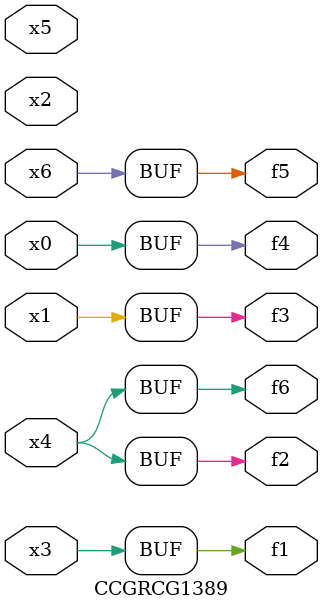
<source format=v>
module CCGRCG1389(
	input x0, x1, x2, x3, x4, x5, x6,
	output f1, f2, f3, f4, f5, f6
);
	assign f1 = x3;
	assign f2 = x4;
	assign f3 = x1;
	assign f4 = x0;
	assign f5 = x6;
	assign f6 = x4;
endmodule

</source>
